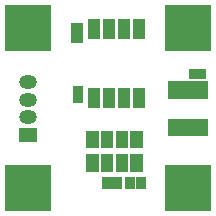
<source format=gts>
G04 (created by PCBNEW-RS274X (2012-apr-16-27)-stable) date Sat 17 May 2014 12:29:47 BST*
G01*
G70*
G90*
%MOIN*%
G04 Gerber Fmt 3.4, Leading zero omitted, Abs format*
%FSLAX34Y34*%
G04 APERTURE LIST*
%ADD10C,0.006000*%
%ADD11R,0.043600X0.067200*%
%ADD12R,0.035700X0.043600*%
%ADD13R,0.043600X0.035700*%
%ADD14O,0.059400X0.047600*%
%ADD15R,0.059400X0.047600*%
%ADD16R,0.153900X0.153900*%
%ADD17R,0.035700X0.031800*%
%ADD18R,0.031800X0.035700*%
G04 APERTURE END LIST*
G54D10*
G36*
X26967Y-27891D02*
X27443Y-27891D01*
X27443Y-28485D01*
X26967Y-28485D01*
X26967Y-27891D01*
X26967Y-27891D01*
G37*
G36*
X26534Y-27891D02*
X27010Y-27891D01*
X27010Y-28485D01*
X26534Y-28485D01*
X26534Y-27891D01*
X26534Y-27891D01*
G37*
G36*
X26101Y-27891D02*
X26577Y-27891D01*
X26577Y-28485D01*
X26101Y-28485D01*
X26101Y-27891D01*
X26101Y-27891D01*
G37*
G36*
X26101Y-29151D02*
X26577Y-29151D01*
X26577Y-29745D01*
X26101Y-29745D01*
X26101Y-29151D01*
X26101Y-29151D01*
G37*
G36*
X26534Y-29151D02*
X27010Y-29151D01*
X27010Y-29745D01*
X26534Y-29745D01*
X26534Y-29151D01*
X26534Y-29151D01*
G37*
G36*
X26967Y-29151D02*
X27443Y-29151D01*
X27443Y-29745D01*
X26967Y-29745D01*
X26967Y-29151D01*
X26967Y-29151D01*
G37*
G54D11*
X23661Y-28464D03*
X24153Y-28464D03*
X24665Y-28464D03*
X25157Y-28464D03*
X25157Y-26180D03*
X24665Y-26180D03*
X24153Y-26180D03*
X23641Y-26180D03*
G54D12*
X24428Y-31299D03*
X24074Y-31299D03*
X25216Y-31299D03*
X24862Y-31299D03*
G54D13*
X23070Y-26122D03*
X23070Y-26476D03*
G54D10*
G36*
X23800Y-30917D02*
X23384Y-30917D01*
X23384Y-30343D01*
X23800Y-30343D01*
X23800Y-30917D01*
X23800Y-30917D01*
G37*
G36*
X24292Y-30917D02*
X23876Y-30917D01*
X23876Y-30343D01*
X24292Y-30343D01*
X24292Y-30917D01*
X24292Y-30917D01*
G37*
G36*
X24794Y-30917D02*
X24378Y-30917D01*
X24378Y-30343D01*
X24794Y-30343D01*
X24794Y-30917D01*
X24794Y-30917D01*
G37*
G36*
X25276Y-30917D02*
X24860Y-30917D01*
X24860Y-30343D01*
X25276Y-30343D01*
X25276Y-30917D01*
X25276Y-30917D01*
G37*
G36*
X25276Y-30129D02*
X24860Y-30129D01*
X24860Y-29555D01*
X25276Y-29555D01*
X25276Y-30129D01*
X25276Y-30129D01*
G37*
G36*
X24784Y-30129D02*
X24368Y-30129D01*
X24368Y-29555D01*
X24784Y-29555D01*
X24784Y-30129D01*
X24784Y-30129D01*
G37*
G36*
X24292Y-30129D02*
X23876Y-30129D01*
X23876Y-29555D01*
X24292Y-29555D01*
X24292Y-30129D01*
X24292Y-30129D01*
G37*
G36*
X23800Y-30129D02*
X23384Y-30129D01*
X23384Y-29555D01*
X23800Y-29555D01*
X23800Y-30129D01*
X23800Y-30129D01*
G37*
G54D14*
X21457Y-27932D03*
G54D15*
X21457Y-29704D03*
G54D14*
X21457Y-28523D03*
X21457Y-29113D03*
X21457Y-29113D03*
X21457Y-28523D03*
G54D15*
X21457Y-29704D03*
G54D14*
X21457Y-27932D03*
G54D16*
X21457Y-31456D03*
X21457Y-26141D03*
X26772Y-26141D03*
X26772Y-31456D03*
G54D17*
X23110Y-28228D03*
X23110Y-28464D03*
G54D18*
X27205Y-27676D03*
X26969Y-27676D03*
M02*

</source>
